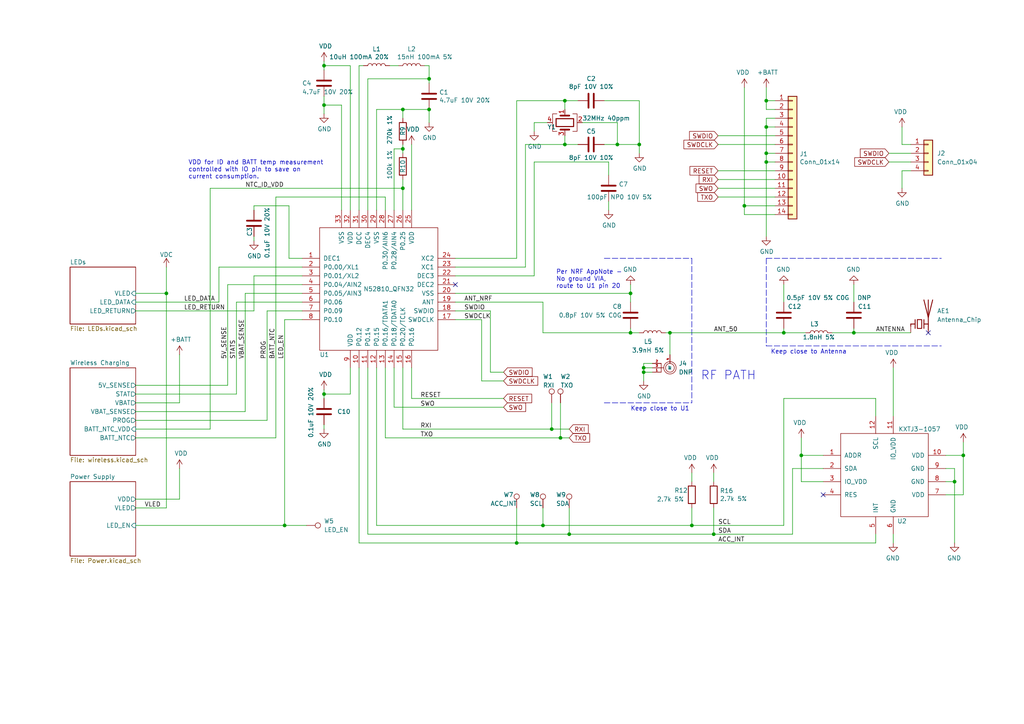
<source format=kicad_sch>
(kicad_sch (version 20211123) (generator eeschema)
  (paper "A4")
  (title_block (title "Pixels D20 Schematic, Main") (date "2021-06-23") (rev "2") (company "Systemic Games, LLC"))
  (lib_symbols
    (symbol "Connector_Generic:Conn_01x04" (pin_names (offset 1.016) hide)
      (property "Reference" "J" (at 0 5.08 0))
      (property "Value" "Conn_01x04" (at 0 -7.62 0))
      (symbol "Conn_01x04_1_1"
        (rectangle (start -1.27 -4.953) (end 0 -5.207) (stroke (width 0.1524)))
        (rectangle (start -1.27 -2.413) (end 0 -2.667) (stroke (width 0.1524)))
        (rectangle (start -1.27 0.127) (end 0 -0.127) (stroke (width 0.1524)))
        (rectangle (start -1.27 2.667) (end 0 2.413) (stroke (width 0.1524)))
        (rectangle (start -1.27 3.81) (end 1.27 -6.35) (stroke (width 0.254)) (fill (type background)))
        (pin passive line (at -5.08 2.54 0) (length 3.81) (name "Pin_1") (number "1"))
        (pin passive line (at -5.08 0 0) (length 3.81) (name "Pin_2") (number "2"))
        (pin passive line (at -5.08 -2.54 0) (length 3.81) (name "Pin_3") (number "3"))
        (pin passive line (at -5.08 -5.08 0) (length 3.81) (name "Pin_4") (number "4"))
      )
    )
    (symbol "Connector_Generic:Conn_01x14" (pin_names (offset 1.016) hide)
      (property "Reference" "J" (at 0 17.78 0))
      (property "Value" "Conn_01x14" (at 0 -20.32 0))
      (symbol "Conn_01x14_1_1"
        (rectangle (start -1.27 -17.653) (end 0 -17.907) (stroke (width 0.1524)))
        (rectangle (start -1.27 -15.113) (end 0 -15.367) (stroke (width 0.1524)))
        (rectangle (start -1.27 -12.573) (end 0 -12.827) (stroke (width 0.1524)))
        (rectangle (start -1.27 -10.033) (end 0 -10.287) (stroke (width 0.1524)))
        (rectangle (start -1.27 -7.493) (end 0 -7.747) (stroke (width 0.1524)))
        (rectangle (start -1.27 -4.953) (end 0 -5.207) (stroke (width 0.1524)))
        (rectangle (start -1.27 -2.413) (end 0 -2.667) (stroke (width 0.1524)))
        (rectangle (start -1.27 0.127) (end 0 -0.127) (stroke (width 0.1524)))
        (rectangle (start -1.27 2.667) (end 0 2.413) (stroke (width 0.1524)))
        (rectangle (start -1.27 5.207) (end 0 4.953) (stroke (width 0.1524)))
        (rectangle (start -1.27 7.747) (end 0 7.493) (stroke (width 0.1524)))
        (rectangle (start -1.27 10.287) (end 0 10.033) (stroke (width 0.1524)))
        (rectangle (start -1.27 12.827) (end 0 12.573) (stroke (width 0.1524)))
        (rectangle (start -1.27 15.367) (end 0 15.113) (stroke (width 0.1524)))
        (rectangle (start -1.27 16.51) (end 1.27 -19.05) (stroke (width 0.254)) (fill (type background)))
        (pin passive line (at -5.08 15.24 0) (length 3.81) (name "Pin_1") (number "1"))
        (pin passive line (at -5.08 -7.62 0) (length 3.81) (name "Pin_10") (number "10"))
        (pin passive line (at -5.08 -10.16 0) (length 3.81) (name "Pin_11") (number "11"))
        (pin passive line (at -5.08 -12.7 0) (length 3.81) (name "Pin_12") (number "12"))
        (pin passive line (at -5.08 -15.24 0) (length 3.81) (name "Pin_13") (number "13"))
        (pin passive line (at -5.08 -17.78 0) (length 3.81) (name "Pin_14") (number "14"))
        (pin passive line (at -5.08 12.7 0) (length 3.81) (name "Pin_2") (number "2"))
        (pin passive line (at -5.08 10.16 0) (length 3.81) (name "Pin_3") (number "3"))
        (pin passive line (at -5.08 7.62 0) (length 3.81) (name "Pin_4") (number "4"))
        (pin passive line (at -5.08 5.08 0) (length 3.81) (name "Pin_5") (number "5"))
        (pin passive line (at -5.08 2.54 0) (length 3.81) (name "Pin_6") (number "6"))
        (pin passive line (at -5.08 0 0) (length 3.81) (name "Pin_7") (number "7"))
        (pin passive line (at -5.08 -2.54 0) (length 3.81) (name "Pin_8") (number "8"))
        (pin passive line (at -5.08 -5.08 0) (length 3.81) (name "Pin_9") (number "9"))
      )
    )
    (symbol "Device:Antenna_Chip" (pin_numbers hide) (pin_names (offset 1.016) hide)
      (property "Reference" "AE" (at 0 5.08 0))
      (property "Value" "Antenna_Chip" (at 0 3.175 0))
      (symbol "Antenna_Chip_0_1"
        (polyline (pts (xy -2.54 0) (xy -2.54 -0.635)) (stroke (width 0.254)))
        (polyline (pts (xy -2.54 0) (xy -1.27 0)) (stroke (width 0.254)))
        (polyline (pts (xy 1.27 0) (xy 2.54 0)) (stroke (width 0.254)))
        (polyline (pts (xy 1.27 1.27) (xy 1.27 -1.27)) (stroke (width 0.254)))
        (polyline (pts (xy 2.54 -0.635) (xy 2.54 0)))
        (polyline (pts (xy 2.54 6.985) (xy 2.54 -1.905)) (stroke (width 0.254)))
        (polyline (pts (xy -1.27 1.27) (xy -1.27 -1.27) (xy -1.27 0)) (stroke (width 0.254)))
        (polyline (pts (xy 3.81 6.985) (xy 2.54 1.905) (xy 1.27 6.985)) (stroke (width 0.254)))
        (polyline (pts (xy -0.635 1.27) (xy 0.635 1.27) (xy 0.635 -1.27) (xy -0.635 -1.27) (xy -0.635 1.27)) (stroke (width 0.254)))
      )
      (symbol "Antenna_Chip_1_1"
        (pin input line (at -2.54 -2.54 90) (length 2.54) (name "FEED") (number "1"))
        (pin passive line (at 2.54 -2.54 90) (length 2.54) (name "PCB_Trace") (number "2"))
      )
    )
    (symbol "Device:C" (pin_numbers hide) (pin_names (offset 0.254))
      (property "Reference" "C" (at 0.635 2.54 0))
      (property "Value" "C" (at 0.635 -2.54 0))
      (symbol "C_0_1"
        (polyline (pts (xy -2.032 -0.762) (xy 2.032 -0.762)) (stroke (width 0.508)))
        (polyline (pts (xy -2.032 0.762) (xy 2.032 0.762)) (stroke (width 0.508)))
      )
      (symbol "C_1_1"
        (pin passive line (at 0 3.81 270) (length 2.794) (name "~") (number "1"))
        (pin passive line (at 0 -3.81 90) (length 2.794) (name "~") (number "2"))
      )
    )
    (symbol "Device:Crystal_GND24" (pin_names (offset 1.016) hide)
      (property "Reference" "Y" (at 3.175 5.08 0))
      (property "Value" "Crystal_GND24" (at 3.175 3.175 0))
      (symbol "Crystal_GND24_0_1"
        (rectangle (start -1.143 2.54) (end 1.143 -2.54) (stroke (width 0.3048)))
        (polyline (pts (xy -2.54 0) (xy -2.032 0)))
        (polyline (pts (xy -2.032 -1.27) (xy -2.032 1.27)) (stroke (width 0.508)))
        (polyline (pts (xy 0 -3.81) (xy 0 -3.556)))
        (polyline (pts (xy 0 3.556) (xy 0 3.81)))
        (polyline (pts (xy 2.032 -1.27) (xy 2.032 1.27)) (stroke (width 0.508)))
        (polyline (pts (xy 2.032 0) (xy 2.54 0)))
        (polyline (pts (xy -2.54 -2.286) (xy -2.54 -3.556) (xy 2.54 -3.556) (xy 2.54 -2.286)))
        (polyline (pts (xy -2.54 2.286) (xy -2.54 3.556) (xy 2.54 3.556) (xy 2.54 2.286)))
      )
      (symbol "Crystal_GND24_1_1"
        (pin passive line (at -3.81 0 0) (length 1.27) (name "1") (number "1"))
        (pin passive line (at 0 5.08 270) (length 1.27) (name "2") (number "2"))
        (pin passive line (at 3.81 0 180) (length 1.27) (name "3") (number "3"))
        (pin passive line (at 0 -5.08 90) (length 1.27) (name "4") (number "4"))
      )
    )
    (symbol "Device:L" (pin_numbers hide) (pin_names (offset 1.016) hide)
      (property "Reference" "L" (at -1.27 0 90))
      (property "Value" "L" (at 1.905 0 90))
      (symbol "L_0_1"
        (arc (start 0 -2.54) (mid 0.635 -1.905) (end 0 -1.27))
        (arc (start 0 -1.27) (mid 0.635 -0.635) (end 0 0))
        (arc (start 0 0) (mid 0.635 0.635) (end 0 1.27))
        (arc (start 0 1.27) (mid 0.635 1.905) (end 0 2.54))
      )
      (symbol "L_1_1"
        (pin passive line (at 0 3.81 270) (length 1.27) (name "1") (number "1"))
        (pin passive line (at 0 -3.81 90) (length 1.27) (name "2") (number "2"))
      )
    )
    (symbol "Device:R" (pin_numbers hide) (pin_names (offset 0))
      (property "Reference" "R" (at 2.032 0 90))
      (property "Value" "R" (at 0 0 90))
      (symbol "R_0_1"
        (rectangle (start -1.016 -2.54) (end 1.016 2.54) (stroke (width 0.254)))
      )
      (symbol "R_1_1"
        (pin passive line (at 0 3.81 270) (length 1.27) (name "~") (number "1"))
        (pin passive line (at 0 -3.81 90) (length 1.27) (name "~") (number "2"))
      )
    )
    (symbol "Pixels-dice:KXTJ3-1057" (pin_names (offset 1.016))
      (property "Reference" "U" (at 10.16 -12.7 0))
      (property "Value" "KXTJ3-1057" (at 8.89 13.97 0))
      (symbol "KXTJ3-1057_0_1"
        (rectangle (start -12.7 12.7) (end 12.7 -11.43))
      )
      (symbol "KXTJ3-1057_1_1"
        (pin input line (at -17.78 6.35 0) (length 5.08) (name "ADDR") (number "1"))
        (pin power_in line (at 17.78 6.35 180) (length 5.08) (name "VDD") (number "10"))
        (pin power_in line (at 2.54 17.78 270) (length 5.08) (name "IO_VDD") (number "11"))
        (pin input line (at -2.54 17.78 270) (length 5.08) (name "SCL") (number "12"))
        (pin bidirectional line (at -17.78 2.54 0) (length 5.08) (name "SDA") (number "2"))
        (pin power_in line (at -17.78 -1.27 0) (length 5.08) (name "IO_VDD") (number "3"))
        (pin passive line (at -17.78 -5.08 0) (length 5.08) (name "RES") (number "4"))
        (pin output line (at -2.54 -16.51 90) (length 5.08) (name "INT") (number "5"))
        (pin power_in line (at 2.54 -16.51 90) (length 5.08) (name "GND") (number "6"))
        (pin power_in line (at 17.78 -5.08 180) (length 5.08) (name "VDD") (number "7"))
        (pin power_in line (at 17.78 -1.27 180) (length 5.08) (name "GND") (number "8"))
        (pin power_in line (at 17.78 2.54 180) (length 5.08) (name "GND") (number "9"))
      )
    )
    (symbol "Pixels-dice:N52810_QFN32" (pin_names (offset 1.016))
      (property "Reference" "U" (at 13.97 -19.05 0))
      (property "Value" "N52810_QFN32" (at 2.54 0 0))
      (symbol "N52810_QFN32_0_1"
        (rectangle (start -17.78 17.78) (end 16.51 -17.78))
      )
      (symbol "N52810_QFN32_1_1"
        (pin power_out line (at -22.86 8.89 0) (length 5.08) (name "DEC1") (number "1"))
        (pin bidirectional line (at -6.35 -22.86 90) (length 5.08) (name "P0.12") (number "10"))
        (pin bidirectional line (at -3.81 -22.86 90) (length 5.08) (name "P0.14") (number "11"))
        (pin bidirectional line (at -1.27 -22.86 90) (length 5.08) (name "P0.15") (number "12"))
        (pin bidirectional line (at 1.27 -22.86 90) (length 5.08) (name "P0.16/TDATA1") (number "13"))
        (pin bidirectional line (at 3.81 -22.86 90) (length 5.08) (name "P0.18/TDATA0") (number "14"))
        (pin bidirectional line (at 6.35 -22.86 90) (length 5.08) (name "P0.20/TCLK") (number "15"))
        (pin bidirectional line (at 8.89 -22.86 90) (length 5.08) (name "P0.16") (number "16"))
        (pin bidirectional line (at 21.59 -8.89 180) (length 5.08) (name "SWDCLK") (number "17"))
        (pin bidirectional line (at 21.59 -6.35 180) (length 5.08) (name "SWDIO") (number "18"))
        (pin output line (at 21.59 -3.81 180) (length 5.08) (name "ANT") (number "19"))
        (pin bidirectional line (at -22.86 6.35 0) (length 5.08) (name "P0.00/XL1") (number "2"))
        (pin output line (at 21.59 -1.27 180) (length 5.08) (name "VSS") (number "20"))
        (pin output line (at 21.59 1.27 180) (length 5.08) (name "DEC2") (number "21"))
        (pin output line (at 21.59 3.81 180) (length 5.08) (name "DEC3") (number "22"))
        (pin output line (at 21.59 6.35 180) (length 5.08) (name "XC1") (number "23"))
        (pin input line (at 21.59 8.89 180) (length 5.08) (name "XC2") (number "24"))
        (pin power_in line (at 8.89 22.86 270) (length 5.08) (name "VDD") (number "25"))
        (pin bidirectional line (at 6.35 22.86 270) (length 5.08) (name "P0.25") (number "26"))
        (pin bidirectional line (at 3.81 22.86 270) (length 5.08) (name "P0.28/AIN4") (number "27"))
        (pin bidirectional line (at 1.27 22.86 270) (length 5.08) (name "P0.30/AIN6") (number "28"))
        (pin power_in line (at -1.27 22.86 270) (length 5.08) (name "VSS") (number "29"))
        (pin bidirectional line (at -22.86 3.81 0) (length 5.08) (name "P0.01/XL2") (number "3"))
        (pin output line (at -3.81 22.86 270) (length 5.08) (name "DEC4") (number "30"))
        (pin output line (at -6.35 22.86 270) (length 5.08) (name "DCC") (number "31"))
        (pin power_in line (at -8.89 22.86 270) (length 5.08) (name "VDD") (number "32"))
        (pin power_in line (at -11.43 22.86 270) (length 5.08) (name "VSS") (number "33"))
        (pin bidirectional line (at -22.86 1.27 0) (length 5.08) (name "P0.04/AIN2") (number "4"))
        (pin bidirectional line (at -22.86 -1.27 0) (length 5.08) (name "P0.05/AIN3") (number "5"))
        (pin bidirectional line (at -22.86 -3.81 0) (length 5.08) (name "P0.06") (number "6"))
        (pin bidirectional line (at -22.86 -6.35 0) (length 5.08) (name "P0.09") (number "7"))
        (pin bidirectional line (at -22.86 -8.89 0) (length 5.08) (name "P0.10") (number "8"))
        (pin power_in line (at -8.89 -22.86 90) (length 5.08) (name "VDD") (number "9"))
      )
    )
    (symbol "Pixels-dice:TEST_1P-conn" (pin_numbers hide) (pin_names (offset 0.762) hide)
      (property "Reference" "W" (at 0 6.858 0))
      (property "Value" "TEST_1P-conn" (at 0 5.08 0))
      (symbol "TEST_1P-conn_0_1"
        (circle (center 0 3.302) (radius 0.762))
      )
      (symbol "TEST_1P-conn_1_1"
        (pin passive line (at 0 0 90) (length 2.54) (name "1") (number "1"))
      )
    )
    (symbol "Pixels-dice:W.FL"
      (property "Reference" "J" (at 3.81 -1.27 0))
      (property "Value" "W.FL" (at 4.445 1.27 0))
      (symbol "W.FL_0_1"
        (polyline (pts (xy -1.27 -2.54) (xy 1.27 -2.54)))
        (polyline (pts (xy 0 -2.54) (xy 0 -1.905)))
        (circle (center 0 0) (radius 1.27))
        (circle (center 0 0) (radius 1.7961))
      )
      (symbol "W.FL_1_1"
        (pin passive line (at 1.27 -5.08 90) (length 2.54) (name "") (number "1"))
        (pin passive line (at -1.27 -5.08 90) (length 2.54) (name "") (number "2"))
        (pin passive line (at 0 -5.08 90) (length 2.54) (name "") (number "3"))
        (pin passive line (at -3.81 0 0) (length 2.54) (name "RF") (number "4"))
      )
    )
    (symbol "power:+BATT" (power) (pin_names (offset 0))
      (property "Value" "+BATT" (at 0 3.556 0))
      (symbol "+BATT_0_1"
        (polyline (pts (xy -0.762 1.27) (xy 0 2.54)))
        (polyline (pts (xy 0 0) (xy 0 2.54)))
        (polyline (pts (xy 0 2.54) (xy 0.762 1.27)))
      )
      (symbol "+BATT_1_1"
        (pin power_in line (at 0 0 90) (length 0) hide (name "+BATT") (number "1"))
      )
    )
    (symbol "power:GND" (power) (pin_names (offset 0))
      (property "Value" "GND" (at 0 -3.81 0))
      (symbol "GND_0_1"
        (polyline (pts (xy 0 0) (xy 0 -1.27) (xy 1.27 -1.27) (xy 0 -2.54) (xy -1.27 -1.27) (xy 0 -1.27)))
      )
      (symbol "GND_1_1"
        (pin power_in line (at 0 0 270) (length 0) hide (name "GND") (number "1"))
      )
    )
    (symbol "power:VDC" (power) (pin_names (offset 0))
      (property "Value" "VDC" (at 0 6.35 0))
      (symbol "VDC_0_1"
        (polyline (pts (xy -0.762 1.27) (xy 0 2.54)))
        (polyline (pts (xy 0 0) (xy 0 2.54)))
        (polyline (pts (xy 0 2.54) (xy 0.762 1.27)))
      )
      (symbol "VDC_1_1"
        (pin power_in line (at 0 0 90) (length 0) hide (name "VDC") (number "1"))
      )
    )
    (symbol "power:VDD" (power) (pin_names (offset 0))
      (property "Value" "VDD" (at 0 3.81 0))
      (symbol "VDD_0_1"
        (polyline (pts (xy -0.762 1.27) (xy 0 2.54)))
        (polyline (pts (xy 0 0) (xy 0 2.54)))
        (polyline (pts (xy 0 2.54) (xy 0.762 1.27)))
      )
      (symbol "VDD_1_1"
        (pin power_in line (at 0 0 90) (length 0) hide (name "VDD") (number "1"))
      )
    )
  )
  (junction (at 279.4 132.08))
  (junction (at 179.07 41.91))
  (junction (at 182.88 85.09))
  (junction (at 276.86 139.7))
  (junction (at 93.98 30.48))
  (junction (at 93.98 19.05))
  (junction (at 124.46 31.75))
  (junction (at 116.84 43.18))
  (junction (at 116.84 54.61))
  (junction (at 163.83 41.91))
  (junction (at 149.86 157.48))
  (junction (at 165.1 154.94))
  (junction (at 207.01 154.94))
  (junction (at 222.25 36.83))
  (junction (at 93.98 114.3))
  (junction (at 124.46 22.86))
  (junction (at 186.69 106.68))
  (junction (at 227.33 96.52))
  (junction (at 182.88 96.52))
  (junction (at 116.84 31.75))
  (junction (at 82.55 152.4))
  (junction (at 222.25 44.45))
  (junction (at 222.25 29.21))
  (junction (at 185.42 41.91))
  (junction (at 186.69 107.95))
  (junction (at 222.25 46.99))
  (junction (at 48.26 85.09))
  (junction (at 162.56 127))
  (junction (at 247.65 96.52))
  (junction (at 232.41 132.08))
  (junction (at 215.9 59.69))
  (junction (at 157.48 152.4))
  (junction (at 160.02 124.46))
  (junction (at 200.66 152.4))
  (junction (at 194.31 96.52))
  (junction (at 163.83 29.21))
  (no_connect (at 132.08 82.55))
  (no_connect (at 238.76 143.51))
  (no_connect (at 269.24 96.52))
  (wire (pts (xy 182.88 85.09) (xy 182.88 87.63)))
  (wire (pts (xy 99.06 30.48) (xy 93.98 30.48)))
  (wire (pts (xy 99.06 60.96) (xy 99.06 30.48)))
  (wire (pts (xy 186.69 106.68) (xy 186.69 107.95)))
  (wire (pts (xy 222.25 34.29) (xy 222.25 36.83)))
  (wire (pts (xy 207.01 137.16) (xy 207.01 139.7)))
  (wire (pts (xy 182.88 95.25) (xy 182.88 96.52)))
  (wire (pts (xy 60.96 54.61) (xy 60.96 124.46)))
  (wire (pts (xy 149.86 147.32) (xy 149.86 157.48)))
  (wire (pts (xy 109.22 31.75) (xy 109.22 60.96)))
  (wire (pts (xy 179.07 35.56) (xy 179.07 41.91)))
  (wire (pts (xy 152.4 77.47) (xy 152.4 41.91)))
  (wire (pts (xy 93.98 19.05) (xy 93.98 20.32)))
  (wire (pts (xy 232.41 139.7) (xy 232.41 132.08)))
  (wire (pts (xy 279.4 143.51) (xy 274.32 143.51)))
  (wire (pts (xy 101.6 19.05) (xy 93.98 19.05)))
  (wire (pts (xy 175.26 41.91) (xy 179.07 41.91)))
  (wire (pts (xy 132.08 80.01) (xy 154.94 80.01)))
  (wire (pts (xy 139.7 110.49) (xy 146.05 110.49)))
  (wire (pts (xy 132.08 74.93) (xy 149.86 74.93)))
  (wire (pts (xy 238.76 135.89) (xy 229.87 135.89)))
  (wire (pts (xy 207.01 147.32) (xy 207.01 154.94)))
  (wire (pts (xy 247.65 82.55) (xy 247.65 87.63)))
  (wire (pts (xy 185.42 29.21) (xy 185.42 41.91)))
  (wire (pts (xy 224.79 46.99) (xy 222.25 46.99)))
  (wire (pts (xy 160.02 124.46) (xy 165.1 124.46)))
  (wire (pts (xy 163.83 29.21) (xy 167.64 29.21)))
  (wire (pts (xy 182.88 96.52) (xy 185.42 96.52)))
  (wire (pts (xy 259.08 154.94) (xy 259.08 157.48)))
  (wire (pts (xy 39.37 114.3) (xy 68.58 114.3)))
  (wire (pts (xy 186.69 105.41) (xy 186.69 106.68)))
  (wire (pts (xy 194.31 96.52) (xy 227.33 96.52)))
  (wire (pts (xy 182.88 82.55) (xy 182.88 85.09)))
  (wire (pts (xy 87.63 90.17) (xy 77.47 90.17)))
  (wire (pts (xy 208.28 41.91) (xy 224.79 41.91)))
  (wire (pts (xy 39.37 147.32) (xy 48.26 147.32)))
  (wire (pts (xy 215.9 59.69) (xy 215.9 62.23)))
  (wire (pts (xy 116.84 124.46) (xy 116.84 106.68)))
  (wire (pts (xy 227.33 82.55) (xy 227.33 87.63)))
  (wire (pts (xy 162.56 127) (xy 165.1 127)))
  (wire (pts (xy 80.01 57.15) (xy 111.76 57.15)))
  (wire (pts (xy 227.33 95.25) (xy 227.33 96.52)))
  (wire (pts (xy 111.76 57.15) (xy 111.76 60.96)))
  (wire (pts (xy 124.46 31.75) (xy 124.46 35.56)))
  (wire (pts (xy 39.37 111.76) (xy 66.04 111.76)))
  (wire (pts (xy 93.98 114.3) (xy 93.98 115.57)))
  (wire (pts (xy 149.86 157.48) (xy 254 157.48)))
  (wire (pts (xy 66.04 82.55) (xy 66.04 111.76)))
  (wire (pts (xy 224.79 59.69) (xy 215.9 59.69)))
  (wire (pts (xy 274.32 139.7) (xy 276.86 139.7)))
  (wire (pts (xy 149.86 74.93) (xy 149.86 29.21)))
  (wire (pts (xy 132.08 90.17) (xy 142.24 90.17)))
  (wire (pts (xy 114.3 106.68) (xy 114.3 118.11)))
  (wire (pts (xy 101.6 60.96) (xy 101.6 19.05)))
  (wire (pts (xy 73.66 80.01) (xy 87.63 80.01)))
  (wire (pts (xy 254 120.65) (xy 254 115.57)))
  (wire (pts (xy 222.25 31.75) (xy 224.79 31.75)))
  (wire (pts (xy 93.98 114.3) (xy 93.98 113.03)))
  (wire (pts (xy 227.33 96.52) (xy 233.68 96.52)))
  (wire (pts (xy 142.24 107.95) (xy 146.05 107.95)))
  (wire (pts (xy 222.25 29.21) (xy 222.25 31.75)))
  (wire (pts (xy 158.75 35.56) (xy 154.94 35.56)))
  (wire (pts (xy 160.02 116.84) (xy 160.02 124.46)))
  (wire (pts (xy 39.37 127) (xy 80.01 127)))
  (wire (pts (xy 77.47 90.17) (xy 77.47 121.92)))
  (wire (pts (xy 257.81 46.99) (xy 264.16 46.99)))
  (wire (pts (xy 87.63 77.47) (xy 63.5 77.47)))
  (wire (pts (xy 222.25 44.45) (xy 222.25 46.99)))
  (wire (pts (xy 124.46 22.86) (xy 124.46 24.13)))
  (wire (pts (xy 52.07 144.78) (xy 52.07 135.89)))
  (wire (pts (xy 116.84 31.75) (xy 116.84 34.29)))
  (wire (pts (xy 116.84 54.61) (xy 60.96 54.61)))
  (wire (pts (xy 104.14 60.96) (xy 104.14 19.05)))
  (wire (pts (xy 123.19 19.05) (xy 124.46 19.05)))
  (wire (pts (xy 124.46 22.86) (xy 106.68 22.86)))
  (wire (pts (xy 165.1 154.94) (xy 207.01 154.94)))
  (wire (pts (xy 261.62 49.53) (xy 264.16 49.53)))
  (wire (pts (xy 208.28 49.53) (xy 224.79 49.53)))
  (wire (pts (xy 232.41 132.08) (xy 238.76 132.08)))
  (wire (pts (xy 175.26 29.21) (xy 185.42 29.21)))
  (wire (pts (xy 132.08 87.63) (xy 157.48 87.63)))
  (wire (pts (xy 73.66 90.17) (xy 73.66 80.01)))
  (wire (pts (xy 222.25 36.83) (xy 222.25 44.45)))
  (wire (pts (xy 39.37 85.09) (xy 48.26 85.09)))
  (wire (pts (xy 274.32 135.89) (xy 276.86 135.89)))
  (wire (pts (xy 279.4 132.08) (xy 279.4 143.51)))
  (wire (pts (xy 114.3 43.18) (xy 116.84 43.18)))
  (wire (pts (xy 152.4 41.91) (xy 163.83 41.91)))
  (wire (pts (xy 232.41 132.08) (xy 232.41 127)))
  (wire (pts (xy 101.6 114.3) (xy 93.98 114.3)))
  (wire (pts (xy 111.76 127) (xy 162.56 127)))
  (polyline (pts (xy 222.25 100.33) (xy 273.05 100.33)))
  (wire (pts (xy 227.33 115.57) (xy 227.33 152.4)))
  (wire (pts (xy 241.3 96.52) (xy 247.65 96.52)))
  (wire (pts (xy 276.86 139.7) (xy 276.86 157.48)))
  (wire (pts (xy 200.66 137.16) (xy 200.66 139.7)))
  (wire (pts (xy 88.9 152.4) (xy 82.55 152.4)))
  (wire (pts (xy 189.23 105.41) (xy 186.69 105.41)))
  (wire (pts (xy 222.25 34.29) (xy 224.79 34.29)))
  (wire (pts (xy 163.83 41.91) (xy 167.64 41.91)))
  (wire (pts (xy 215.9 62.23) (xy 224.79 62.23)))
  (wire (pts (xy 222.25 46.99) (xy 222.25 68.58)))
  (polyline (pts (xy 222.25 74.93) (xy 273.05 74.93)))
  (wire (pts (xy 116.84 124.46) (xy 160.02 124.46)))
  (wire (pts (xy 176.53 46.99) (xy 176.53 50.8)))
  (wire (pts (xy 68.58 87.63) (xy 68.58 114.3)))
  (wire (pts (xy 119.38 106.68) (xy 119.38 115.57)))
  (wire (pts (xy 257.81 44.45) (xy 264.16 44.45)))
  (wire (pts (xy 208.28 57.15) (xy 224.79 57.15)))
  (wire (pts (xy 157.48 152.4) (xy 200.66 152.4)))
  (wire (pts (xy 68.58 87.63) (xy 87.63 87.63)))
  (wire (pts (xy 189.23 107.95) (xy 186.69 107.95)))
  (wire (pts (xy 39.37 124.46) (xy 60.96 124.46)))
  (wire (pts (xy 149.86 29.21) (xy 163.83 29.21)))
  (wire (pts (xy 186.69 107.95) (xy 186.69 110.49)))
  (wire (pts (xy 39.37 144.78) (xy 52.07 144.78)))
  (wire (pts (xy 261.62 49.53) (xy 261.62 54.61)))
  (wire (pts (xy 109.22 106.68) (xy 109.22 152.4)))
  (wire (pts (xy 39.37 119.38) (xy 71.12 119.38)))
  (wire (pts (xy 124.46 19.05) (xy 124.46 22.86)))
  (wire (pts (xy 193.04 96.52) (xy 194.31 96.52)))
  (wire (pts (xy 116.84 54.61) (xy 116.84 60.96)))
  (wire (pts (xy 48.26 85.09) (xy 48.26 147.32)))
  (wire (pts (xy 200.66 152.4) (xy 227.33 152.4)))
  (wire (pts (xy 106.68 154.94) (xy 165.1 154.94)))
  (wire (pts (xy 82.55 152.4) (xy 39.37 152.4)))
  (wire (pts (xy 208.28 54.61) (xy 224.79 54.61)))
  (wire (pts (xy 63.5 87.63) (xy 39.37 87.63)))
  (wire (pts (xy 87.63 82.55) (xy 66.04 82.55)))
  (wire (pts (xy 116.84 52.07) (xy 116.84 54.61)))
  (wire (pts (xy 247.65 95.25) (xy 247.65 96.52)))
  (wire (pts (xy 261.62 36.83) (xy 261.62 41.91)))
  (wire (pts (xy 116.84 31.75) (xy 124.46 31.75)))
  (wire (pts (xy 119.38 41.91) (xy 119.38 60.96)))
  (wire (pts (xy 63.5 77.47) (xy 63.5 87.63)))
  (wire (pts (xy 104.14 19.05) (xy 105.41 19.05)))
  (polyline (pts (xy 200.66 74.93) (xy 200.66 116.84)))
  (wire (pts (xy 106.68 154.94) (xy 106.68 106.68)))
  (wire (pts (xy 104.14 157.48) (xy 149.86 157.48)))
  (wire (pts (xy 139.7 92.71) (xy 139.7 110.49)))
  (wire (pts (xy 168.91 35.56) (xy 179.07 35.56)))
  (wire (pts (xy 93.98 19.05) (xy 93.98 17.78)))
  (wire (pts (xy 93.98 30.48) (xy 93.98 33.02)))
  (wire (pts (xy 247.65 96.52) (xy 264.16 96.52)))
  (wire (pts (xy 48.26 85.09) (xy 48.26 77.47)))
  (wire (pts (xy 132.08 92.71) (xy 139.7 92.71)))
  (wire (pts (xy 165.1 147.32) (xy 165.1 154.94)))
  (wire (pts (xy 229.87 135.89) (xy 229.87 154.94)))
  (wire (pts (xy 224.79 44.45) (xy 222.25 44.45)))
  (wire (pts (xy 73.66 68.58) (xy 73.66 69.85)))
  (wire (pts (xy 146.05 115.57) (xy 119.38 115.57)))
  (wire (pts (xy 116.84 43.18) (xy 116.84 44.45)))
  (wire (pts (xy 222.25 25.4) (xy 222.25 29.21)))
  (wire (pts (xy 162.56 116.84) (xy 162.56 127)))
  (polyline (pts (xy 222.25 74.93) (xy 222.25 100.33)))
  (polyline (pts (xy 175.26 116.84) (xy 200.66 116.84)))
  (wire (pts (xy 157.48 147.32) (xy 157.48 152.4)))
  (polyline (pts (xy 175.26 74.93) (xy 200.66 74.93)))
  (wire (pts (xy 83.82 59.69) (xy 73.66 59.69)))
  (wire (pts (xy 194.31 96.52) (xy 194.31 102.87)))
  (wire (pts (xy 142.24 90.17) (xy 142.24 107.95)))
  (wire (pts (xy 157.48 96.52) (xy 182.88 96.52)))
  (wire (pts (xy 109.22 31.75) (xy 116.84 31.75)))
  (wire (pts (xy 279.4 128.27) (xy 279.4 132.08)))
  (wire (pts (xy 87.63 74.93) (xy 83.82 74.93)))
  (wire (pts (xy 82.55 92.71) (xy 87.63 92.71)))
  (wire (pts (xy 93.98 27.94) (xy 93.98 30.48)))
  (wire (pts (xy 154.94 46.99) (xy 154.94 80.01)))
  (wire (pts (xy 254 154.94) (xy 254 157.48)))
  (wire (pts (xy 106.68 22.86) (xy 106.68 60.96)))
  (wire (pts (xy 71.12 85.09) (xy 71.12 119.38)))
  (wire (pts (xy 179.07 41.91) (xy 185.42 41.91)))
  (wire (pts (xy 83.82 74.93) (xy 83.82 59.69)))
  (wire (pts (xy 207.01 154.94) (xy 229.87 154.94)))
  (wire (pts (xy 116.84 41.91) (xy 116.84 43.18)))
  (wire (pts (xy 132.08 85.09) (xy 182.88 85.09)))
  (wire (pts (xy 80.01 57.15) (xy 80.01 127)))
  (wire (pts (xy 39.37 116.84) (xy 52.07 116.84)))
  (wire (pts (xy 261.62 41.91) (xy 264.16 41.91)))
  (wire (pts (xy 104.14 106.68) (xy 104.14 157.48)))
  (wire (pts (xy 157.48 87.63) (xy 157.48 96.52)))
  (wire (pts (xy 176.53 58.42) (xy 176.53 60.96)))
  (wire (pts (xy 154.94 35.56) (xy 154.94 38.1)))
  (wire (pts (xy 114.3 43.18) (xy 114.3 60.96)))
  (wire (pts (xy 113.03 19.05) (xy 115.57 19.05)))
  (wire (pts (xy 185.42 41.91) (xy 185.42 44.45)))
  (wire (pts (xy 163.83 39.37) (xy 163.83 41.91)))
  (wire (pts (xy 208.28 39.37) (xy 224.79 39.37)))
  (wire (pts (xy 163.83 31.75) (xy 163.83 29.21)))
  (wire (pts (xy 39.37 90.17) (xy 73.66 90.17)))
  (wire (pts (xy 279.4 132.08) (xy 274.32 132.08)))
  (wire (pts (xy 254 115.57) (xy 227.33 115.57)))
  (wire (pts (xy 176.53 46.99) (xy 154.94 46.99)))
  (wire (pts (xy 238.76 139.7) (xy 232.41 139.7)))
  (wire (pts (xy 146.05 118.11) (xy 114.3 118.11)))
  (wire (pts (xy 77.47 121.92) (xy 39.37 121.92)))
  (wire (pts (xy 73.66 59.69) (xy 73.66 60.96)))
  (wire (pts (xy 224.79 36.83) (xy 222.25 36.83)))
  (wire (pts (xy 111.76 127) (xy 111.76 106.68)))
  (wire (pts (xy 215.9 25.4) (xy 215.9 59.69)))
  (wire (pts (xy 276.86 135.89) (xy 276.86 139.7)))
  (wire (pts (xy 259.08 106.68) (xy 259.08 120.65)))
  (wire (pts (xy 222.25 29.21) (xy 224.79 29.21)))
  (wire (pts (xy 132.08 77.47) (xy 152.4 77.47)))
  (wire (pts (xy 200.66 147.32) (xy 200.66 152.4)))
  (wire (pts (xy 101.6 106.68) (xy 101.6 114.3)))
  (wire (pts (xy 52.07 102.87) (xy 52.07 116.84)))
  (wire (pts (xy 87.63 85.09) (xy 71.12 85.09)))
  (wire (pts (xy 208.28 52.07) (xy 224.79 52.07)))
  (wire (pts (xy 82.55 92.71) (xy 82.55 152.4)))
  (wire (pts (xy 109.22 152.4) (xy 157.48 152.4)))
  (wire (pts (xy 189.23 106.68) (xy 186.69 106.68)))
  (wire (pts (xy 93.98 123.19) (xy 93.98 124.46)))
  (text "Per NRF AppNote -\nNo ground VIA,\nroute to U1 pin 20" (at 161.29 83.82 0) (effects (font (size 1.27 1.27)) (justify left bottom)))
  (text "Keep close to Antenna" (at 223.52 102.87 0) (effects (font (size 1.27 1.27)) (justify left bottom)))
  (text "RF PATH" (at 203.2 110.49 0) (effects (font (size 2.54 2.54)) (justify left bottom)))
  (text "VDD for ID and BATT temp measurement\ncontrolled with IO pin to save on\ncurrent consumption." (at 54.61 52.07 0) (effects (font (size 1.27 1.27)) (justify left bottom)))
  (text "Keep close to U1" (at 182.88 119.38 0) (effects (font (size 1.27 1.27)) (justify left bottom)))
  (label "TXO" (at 121.92 127 0))
  (label "ANT_NRF" (at 134.62 87.63 0))
  (label "ACC_INT" (at 208.28 157.48 0))
  (label "SWDCLK" (at 134.62 92.71 0))
  (label "VBAT_SENSE" (at 71.12 104.14 90))
  (label "PROG" (at 77.47 104.14 90))
  (label "5V_SENSE" (at 66.04 104.14 90))
  (label "BATT_NTC" (at 80.01 104.14 90))
  (label "ANT_50" (at 207.01 96.52 0))
  (label "SDA" (at 208.28 154.94 0))
  (label "ANTENNA" (at 254 96.52 0))
  (label "LED_EN" (at 82.55 104.14 90))
  (label "RXI" (at 121.92 124.46 0))
  (label "SWDIO" (at 134.62 90.17 0))
  (label "SWO" (at 121.92 118.11 0))
  (label "NTC_ID_VDD" (at 71.12 54.61 0))
  (label "LED_DATA" (at 53.34 87.63 0))
  (label "RESET" (at 121.92 115.57 0))
  (label "SCL" (at 208.28 152.4 0))
  (label "VLED" (at 41.91 147.32 0))
  (label "LED_RETURN" (at 53.34 90.17 0))
  (label "STATS" (at 68.58 104.14 90))
  (global_label "TXO" (shape input) (at 165.1 127 0) (property "Intersheet References" "${INTERSHEET_REFS}" (effects hide)))
  (global_label "SWDIO" (shape input) (at 257.81 44.45 180) (property "Intersheet References" "${INTERSHEET_REFS}" (effects hide)))
  (global_label "RESET" (shape input) (at 208.28 49.53 180) (property "Intersheet References" "${INTERSHEET_REFS}" (effects hide)))
  (global_label "SWDIO" (shape input) (at 146.05 107.95 0) (property "Intersheet References" "${INTERSHEET_REFS}" (effects hide)))
  (global_label "RXI" (shape input) (at 208.28 52.07 180) (property "Intersheet References" "${INTERSHEET_REFS}" (effects hide)))
  (global_label "SWO" (shape input) (at 146.05 118.11 0) (property "Intersheet References" "${INTERSHEET_REFS}" (effects hide)))
  (global_label "SWDCLK" (shape input) (at 146.05 110.49 0) (property "Intersheet References" "${INTERSHEET_REFS}" (effects hide)))
  (global_label "TXO" (shape input) (at 208.28 57.15 180) (property "Intersheet References" "${INTERSHEET_REFS}" (effects hide)))
  (global_label "RESET" (shape input) (at 146.05 115.57 0) (property "Intersheet References" "${INTERSHEET_REFS}" (effects hide)))
  (global_label "SWO" (shape input) (at 208.28 54.61 180) (property "Intersheet References" "${INTERSHEET_REFS}" (effects hide)))
  (global_label "RXI" (shape input) (at 165.1 124.46 0) (property "Intersheet References" "${INTERSHEET_REFS}" (effects hide)))
  (global_label "SWDCLK" (shape input) (at 208.28 41.91 180) (property "Intersheet References" "${INTERSHEET_REFS}" (effects hide)))
  (global_label "SWDIO" (shape input) (at 208.28 39.37 180) (property "Intersheet References" "${INTERSHEET_REFS}" (effects hide)))
  (global_label "SWDCLK" (shape input) (at 257.81 46.99 180) (property "Intersheet References" "${INTERSHEET_REFS}" (effects hide)))
  (symbol (lib_id "power:GND") (at 93.98 124.46 0) (unit 1)
    (property "Reference" "#PWR016" (effects hide))
    (property "Value" "GND" (at 94.107 128.8542 0))
  )
  (symbol (lib_id "power:VDD") (at 93.98 113.03 0) (unit 1)
    (property "Reference" "#PWR014" (effects hide))
    (property "Value" "VDD" (at 94.4118 108.6358 0))
  )
  (symbol (lib_id "Device:C") (at 93.98 119.38 0) (unit 1)
    (property "Reference" "C10" (at 97.79 119.38 0) (effects (justify left)))
    (property "Value" "0.1uF 10V 20%" (at 90.17 127 90) (effects (justify left)))
    (property "Footprint" "Pixels-dice:C_0402_1005Metric" (effects hide))
    (property "Generic OK" "YES" (effects hide))
    (property "Pixels Part Number" "SMD-C005" (effects hide))
    (property "Manufacturer" "Murata" (effects hide))
    (property "Manufacturer Part Number" "GRM155R61H104KE19D" (effects hide))
  )
  (symbol (lib_id "power:GND") (at 93.98 33.02 0) (unit 1)
    (property "Reference" "#PWR08" (effects hide))
    (property "Value" "GND" (at 94.107 37.4142 0))
  )
  (symbol (lib_id "power:VDD") (at 93.98 17.78 0) (unit 1)
    (property "Reference" "#PWR01" (effects hide))
    (property "Value" "VDD" (at 94.4118 13.3858 0))
  )
  (symbol (lib_id "Device:C") (at 93.98 24.13 0) (unit 1)
    (property "Reference" "C4" (at 87.63 24.13 0) (effects (justify left)))
    (property "Value" "4.7uF 10V 20%" (at 87.63 26.67 0) (effects (justify left)))
    (property "Footprint" "Pixels-dice:C_0402_1005Metric" (effects hide))
    (property "Generic OK" "YES" (effects hide))
    (property "Pixels Part Number" "SMD-C002" (effects hide))
    (property "Manufacturer" "Murata" (effects hide))
    (property "Manufacturer Part Number" "GRM155R61A475MEAAJ" (effects hide))
  )
  (symbol (lib_id "power:GND") (at 73.66 69.85 0) (unit 1)
    (property "Reference" "#PWR05" (effects hide))
    (property "Value" "GND" (at 73.787 74.2442 0))
  )
  (symbol (lib_id "Device:C") (at 73.66 64.77 0) (unit 1)
    (property "Reference" "C3" (at 72.39 68.58 90) (effects (justify left)))
    (property "Value" "0.1uF 10V 20%" (at 77.47 74.93 90) (effects (justify left)))
    (property "Footprint" "Pixels-dice:C_0402_1005Metric" (effects hide))
    (property "Generic OK" "YES" (effects hide))
    (property "Pixels Part Number" "SMD-C005" (effects hide))
    (property "Manufacturer" "Murata" (effects hide))
    (property "Manufacturer Part Number" "GRM155R61H104KE19D" (effects hide))
  )
  (symbol (lib_id "Device:L") (at 109.22 19.05 90) (unit 1)
    (property "Reference" "L1" (at 109.22 14.224 90))
    (property "Value" "10uH 100mA 20%" (at 104.14 16.51 90))
    (property "Footprint" "Inductor_SMD:L_0805_2012Metric" (effects hide))
    (property "Generic OK" "YES" (effects hide))
    (property "Pixels Part Number" "SMD-L001" (effects hide))
    (property "Manufacturer" "Murata" (effects hide))
    (property "Manufacturer Part Number" "LQM21FN100M80L" (effects hide))
  )
  (symbol (lib_id "Device:L") (at 119.38 19.05 90) (unit 1)
    (property "Reference" "L2" (at 119.38 14.224 90))
    (property "Value" "15nH 100mA 5%" (at 123.19 16.51 90))
    (property "Footprint" "Inductor_SMD:L_0402_1005Metric" (effects hide))
    (property "Generic OK" "YES" (effects hide))
    (property "Pixels Part Number" "SMD-L002" (effects hide))
    (property "Manufacturer" "Murata" (effects hide))
    (property "Manufacturer Part Number" "LQG15HS15NJ02D" (effects hide))
  )
  (symbol (lib_id "Device:C") (at 124.46 27.94 0) (unit 1)
    (property "Reference" "C1" (at 127.381 26.7716 0) (effects (justify left)))
    (property "Value" "4.7uF 10V 20%" (at 127.381 29.083 0) (effects (justify left)))
    (property "Footprint" "Pixels-dice:C_0402_1005Metric" (effects hide))
    (property "Generic OK" "YES" (effects hide))
    (property "Pixels Part Number" "SMD-C002" (effects hide))
    (property "Manufacturer" "Murata" (effects hide))
    (property "Manufacturer Part Number" "GRM155R61A475MEAAJ" (effects hide))
  )
  (symbol (lib_id "power:GND") (at 124.46 35.56 0) (unit 1)
    (property "Reference" "#PWR03" (effects hide))
    (property "Value" "GND" (at 124.587 39.9542 0))
  )
  (symbol (lib_id "Device:Crystal_GND24") (at 163.83 35.56 270) (unit 1)
    (property "Reference" "Y1" (at 158.75 36.83 90) (effects (justify left)))
    (property "Value" "32MHz 40ppm" (at 168.91 34.29 90) (effects (justify left)))
    (property "Footprint" "Pixels-dice:Crystal_SMD_2016-4Pin_2.0x1.6mm" (effects hide))
    (property "Generic OK" "YES" (effects hide))
    (property "Manufacturer" "Murata" (effects hide))
    (property "Manufacturer Part Number" "XRCGB32M000F2P00R0" (effects hide))
    (property "Pixels Part Number" "SMD-Y001" (effects hide))
  )
  (symbol (lib_id "Device:C") (at 171.45 29.21 270) (unit 1)
    (property "Reference" "C2" (at 171.45 22.8092 90))
    (property "Value" "8pF 10V 10%" (at 171.45 25.1206 90))
    (property "Footprint" "Pixels-dice:C_0402_1005Metric" (effects hide))
    (property "Generic OK" "YES" (effects hide))
    (property "Pixels Part Number" "SMD-C001" (effects hide))
    (property "Manufacturer" "Murata" (effects hide))
    (property "Manufacturer Part Number" "GRT1555C2A8R0DA02" (effects hide))
  )
  (symbol (lib_id "Device:C") (at 171.45 41.91 270) (unit 1)
    (property "Reference" "C5" (at 171.45 38.1 90))
    (property "Value" "8pF 10V 10%" (at 171.45 45.72 90))
    (property "Footprint" "Pixels-dice:C_0402_1005Metric" (effects hide))
    (property "Generic OK" "YES" (effects hide))
    (property "Pixels Part Number" "SMD-C001" (effects hide))
    (property "Manufacturer" "Murata" (effects hide))
    (property "Manufacturer Part Number" "GRT1555C2A8R0DA02" (effects hide))
  )
  (symbol (lib_id "power:GND") (at 185.42 44.45 0) (unit 1)
    (property "Reference" "#PWR09" (effects hide))
    (property "Value" "GND" (at 185.547 48.8442 0))
  )
  (symbol (lib_id "power:GND") (at 176.53 60.96 0) (unit 1)
    (property "Reference" "#PWR011" (effects hide))
    (property "Value" "GND" (at 176.657 65.3542 0))
  )
  (symbol (lib_id "Device:C") (at 176.53 54.61 0) (unit 1)
    (property "Reference" "C7" (at 179.451 53.4416 0) (effects (justify left)))
    (property "Value" "100pF NP0 10V 5%" (at 170.18 57.15 0) (effects (justify left)))
    (property "Footprint" "Pixels-dice:C_0402_1005Metric" (effects hide))
    (property "Generic OK" "YES" (effects hide))
    (property "Pixels Part Number" "SMD-C003" (effects hide))
    (property "Manufacturer" "Murata" (effects hide))
    (property "Manufacturer Part Number" "GCM1555C1H101JA16J" (effects hide))
  )
  (symbol (lib_id "power:GND") (at 154.94 38.1 0) (unit 1)
    (property "Reference" "#PWR06" (effects hide))
    (property "Value" "GND" (at 155.067 42.4942 0))
  )
  (symbol (lib_id "power:VDD") (at 52.07 135.89 0) (unit 1)
    (property "Reference" "#PWR021" (effects hide))
    (property "Value" "VDD" (at 52.5018 131.4958 0))
  )
  (symbol (lib_id "Pixels-dice:TEST_1P-conn") (at 160.02 116.84 0) (unit 1)
    (property "Reference" "W1" (at 157.48 109.22 0) (effects (justify left)))
    (property "Value" "RXI" (at 157.48 111.76 0) (effects (justify left)))
    (property "Footprint" "Pixels-dice:TEST_PIN" (effects hide))
    (property "Generic OK" "N/A" (effects hide))
  )
  (symbol (lib_id "Pixels-dice:TEST_1P-conn") (at 162.56 116.84 0) (unit 1)
    (property "Reference" "W2" (at 162.56 109.22 0) (effects (justify left)))
    (property "Value" "TXO" (at 162.56 111.76 0) (effects (justify left)))
    (property "Footprint" "Pixels-dice:TEST_PIN" (effects hide))
    (property "Generic OK" "N/A" (effects hide))
  )
  (symbol (lib_id "Pixels-dice:TEST_1P-conn") (at 88.9 152.4 270) (unit 1)
    (property "Reference" "W5" (at 93.98 151.13 90) (effects (justify left)))
    (property "Value" "LED_EN" (at 93.98 153.67 90) (effects (justify left)))
    (property "Footprint" "Pixels-dice:TEST_PIN" (effects hide))
    (property "Generic OK" "N/A" (effects hide))
  )
  (symbol (lib_id "Pixels-dice:TEST_1P-conn") (at 149.86 147.32 0) (unit 1)
    (property "Reference" "W7" (at 146.05 143.51 0) (effects (justify left)))
    (property "Value" "ACC_INT" (at 142.24 146.05 0) (effects (justify left)))
    (property "Footprint" "Pixels-dice:TEST_PIN" (effects hide))
    (property "Generic OK" "N/A" (effects hide))
  )
  (symbol (lib_id "Pixels-dice:TEST_1P-conn") (at 157.48 147.32 0) (unit 1)
    (property "Reference" "W8" (at 153.67 143.51 0) (effects (justify left)))
    (property "Value" "SCL" (at 153.67 146.05 0) (effects (justify left)))
    (property "Footprint" "Pixels-dice:TEST_PIN" (effects hide))
    (property "Generic OK" "N/A" (effects hide))
  )
  (symbol (lib_id "Pixels-dice:TEST_1P-conn") (at 165.1 147.32 0) (unit 1)
    (property "Reference" "W9" (at 161.29 143.51 0) (effects (justify left)))
    (property "Value" "SDA" (at 161.29 146.05 0) (effects (justify left)))
    (property "Footprint" "Pixels-dice:TEST_PIN" (effects hide))
    (property "Generic OK" "N/A" (effects hide))
  )
  (symbol (lib_id "Pixels-dice:N52810_QFN32") (at 110.49 83.82 0) (unit 1)
    (property "Reference" "U1" (at 92.71 102.87 0) (effects (justify left)))
    (property "Value" "N52810_QFN32" (at 105.41 83.82 0) (effects (justify left)))
    (property "Footprint" "Package_DFN_QFN:QFN-32-1EP_5x5mm_P0.5mm_EP3.1x3.1mm" (effects hide))
    (property "Generic OK" "NO" (effects hide))
    (property "Manufacturer" "Nordic Semiconductor" (effects hide))
    (property "Manufacturer Part Number" "NRF52810-QCAA-R" (effects hide))
    (property "Pixels Part Number" "SMD-U001" (effects hide))
  )
  (symbol (lib_id "power:VDD") (at 119.38 41.91 0) (unit 1)
    (property "Reference" "#PWR04" (effects hide))
    (property "Value" "VDD" (at 119.8118 37.5158 0))
  )
  (symbol (lib_id "Connector_Generic:Conn_01x14") (at 229.87 44.45 0) (unit 1)
    (property "Reference" "J1" (at 231.902 44.6532 0) (effects (justify left)))
    (property "Value" "Conn_01x14" (at 231.902 46.9646 0) (effects (justify left)))
    (property "Footprint" "Pixels-dice:FPC_14" (effects hide))
    (property "Generic OK" "N/A" (effects hide))
  )
  (symbol (lib_id "power:+BATT") (at 222.25 25.4 0) (unit 1)
    (property "Reference" "#PWR07" (effects hide))
    (property "Value" "+BATT" (at 222.631 21.0058 0))
  )
  (symbol (lib_id "power:VDD") (at 215.9 25.4 0) (mirror y) (unit 1)
    (property "Reference" "#PWR02" (effects hide))
    (property "Value" "VDD" (at 215.4682 21.0058 0))
  )
  (symbol (lib_id "power:GND") (at 222.25 68.58 0) (unit 1)
    (property "Reference" "#PWR013" (effects hide))
    (property "Value" "GND" (at 222.377 72.9742 0))
  )
  (symbol (lib_id "Device:R") (at 116.84 48.26 0) (unit 1)
    (property "Reference" "R10" (at 116.84 48.26 90))
    (property "Value" "100k 1%" (at 113.03 52.07 90) (effects (justify left)))
    (property "Footprint" "Resistor_SMD:R_0402_1005Metric" (effects hide))
    (property "Generic OK" "YES" (effects hide))
    (property "Pixels Part Number" "SMD-R006" (effects hide))
    (property "Manufacturer" "UNI-ROYAL(Uniroyal Elec)" (effects hide))
    (property "Manufacturer Part Number" "0402WGF1003TCE" (effects hide))
  )
  (symbol (lib_id "Device:R") (at 116.84 38.1 0) (unit 1)
    (property "Reference" "R9" (at 116.84 39.37 90) (effects (justify left)))
    (property "Value" "270k 1%" (at 113.03 41.91 90) (effects (justify left)))
    (property "Footprint" "Resistor_SMD:R_0402_1005Metric" (effects hide))
    (property "Generic OK" "YES" (effects hide))
    (property "Pixels Part Number" "SMD-R006" (effects hide))
    (property "Manufacturer" "UNI-ROYAL(Uniroyal Elec)" (effects hide))
    (property "Manufacturer Part Number" "0402WGF2703TCE" (effects hide))
  )
  (symbol (lib_id "Device:R") (at 200.66 143.51 0) (unit 1)
    (property "Reference" "R12" (at 195.58 142.24 0) (effects (justify left)))
    (property "Value" "2.7k 5%" (at 190.5 144.78 0) (effects (justify left)))
    (property "Footprint" "Resistor_SMD:R_0402_1005Metric" (effects hide))
    (property "Generic OK" "YES" (effects hide))
    (property "Manufacturer" "UNI-ROYAL(Uniroyal Elec)" (effects hide))
    (property "Manufacturer Part Number" "0402WGJ0272TCE" (effects hide))
    (property "Pixels Part Number" "SMD-R021" (effects hide))
  )
  (symbol (lib_id "Device:R") (at 207.01 143.51 0) (unit 1)
    (property "Reference" "R16" (at 208.788 142.3416 0) (effects (justify left)))
    (property "Value" "2.7k 5%" (at 208.788 144.653 0) (effects (justify left)))
    (property "Footprint" "Resistor_SMD:R_0402_1005Metric" (effects hide))
    (property "Generic OK" "YES" (effects hide))
    (property "Manufacturer" "UNI-ROYAL(Uniroyal Elec)" (effects hide))
    (property "Manufacturer Part Number" "0402WGJ0272TCE" (effects hide))
    (property "Pixels Part Number" "SMD-R021" (effects hide))
  )
  (symbol (lib_id "power:VDD") (at 207.01 137.16 0) (mirror y) (unit 1)
    (property "Reference" "#PWR046" (effects hide))
    (property "Value" "VDD" (at 206.5782 132.7658 0))
  )
  (symbol (lib_id "power:VDD") (at 200.66 137.16 0) (mirror y) (unit 1)
    (property "Reference" "#PWR045" (effects hide))
    (property "Value" "VDD" (at 200.2282 132.7658 0))
  )
  (symbol (lib_id "Pixels-dice:KXTJ3-1057") (at 256.54 138.43 0) (unit 1)
    (property "Reference" "U2" (at 261.62 151.13 0))
    (property "Value" "KXTJ3-1057" (at 266.7 124.46 0))
    (property "Footprint" "Package_LGA:LGA-12_2x2mm_P0.5mm" (effects hide))
    (property "Manufacturer" "Kionix" (effects hide))
    (property "Manufacturer Part Number" "KXTJ3-1057" (effects hide))
    (property "Pixels Part Number" "SMD-U002-ALT1" (effects hide))
    (property "Generic OK" "NO" (effects hide))
  )
  (symbol (lib_id "power:VDD") (at 279.4 128.27 0) (mirror y) (unit 1)
    (property "Reference" "#PWR037" (effects hide))
    (property "Value" "VDD" (at 278.9682 123.8758 0))
  )
  (symbol (lib_id "power:GND") (at 259.08 157.48 0) (mirror y) (unit 1)
    (property "Reference" "#PWR047" (effects hide))
    (property "Value" "GND" (at 258.953 161.8742 0))
  )
  (symbol (lib_id "power:GND") (at 276.86 157.48 0) (mirror y) (unit 1)
    (property "Reference" "#PWR048" (effects hide))
    (property "Value" "GND" (at 276.733 161.8742 0))
  )
  (symbol (lib_id "power:VDD") (at 259.08 106.68 0) (mirror y) (unit 1)
    (property "Reference" "#PWR015" (effects hide))
    (property "Value" "VDD" (at 258.6482 102.2858 0))
  )
  (symbol (lib_id "power:VDD") (at 232.41 127 0) (mirror y) (unit 1)
    (property "Reference" "#PWR023" (effects hide))
    (property "Value" "VDD" (at 231.9782 122.6058 0))
  )
  (symbol (lib_id "power:GND") (at 261.62 54.61 0) (unit 1)
    (property "Reference" "#PWR0123" (effects hide))
    (property "Value" "GND" (at 261.747 59.0042 0))
  )
  (symbol (lib_id "Device:L") (at 189.23 96.52 90) (unit 1)
    (property "Reference" "L5" (at 187.96 99.06 90))
    (property "Value" "3.9nH 5%" (at 187.96 101.6 90))
    (property "Footprint" "Pixels-dice:0402_RF" (effects hide))
    (property "Generic OK" "YES" (effects hide))
    (property "Manufacturer" "Murata" (effects hide))
    (property "Manufacturer Part Number" "LQG15HS3N9B02D" (effects hide))
  )
  (symbol (lib_id "Device:C") (at 182.88 91.44 180) (unit 1)
    (property "Reference" "C8" (at 180.34 88.9 0) (effects (justify left)))
    (property "Value" "0.8pF 10V 5% C0G" (at 180.34 91.44 0) (effects (justify left)))
    (property "Footprint" "Pixels-dice:0402_RF" (effects hide))
    (property "Generic OK" "YES" (effects hide))
    (property "Pixels Part Number" "SMD-C004" (effects hide))
    (property "Manufacturer" "Murata" (effects hide))
    (property "Manufacturer Part Number" "GJM1555C1HR80BB01" (effects hide))
  )
  (symbol (lib_id "Pixels-dice:W.FL") (at 194.31 106.68 270) (unit 1)
    (property "Reference" "J4" (at 196.85 105.4099 90) (effects (justify left)))
    (property "Value" "DNP" (at 196.85 107.9499 90) (effects (justify left)))
    (property "Footprint" "RFFrontEnd:MFH3.RECE.20369.001E.01" (effects hide))
    (property "Generic OK" "N/A" (effects hide))
  )
  (symbol (lib_id "power:GND") (at 182.88 82.55 180) (unit 1)
    (property "Reference" "#PWR0127" (effects hide))
    (property "Value" "GND" (at 182.753 78.1558 0))
  )
  (symbol (lib_id "power:GND") (at 227.33 82.55 180) (unit 1)
    (property "Reference" "#PWR0124" (effects hide))
    (property "Value" "GND" (at 227.203 78.1558 0))
  )
  (symbol (lib_id "Connector_Generic:Conn_01x04") (at 269.24 44.45 0) (unit 1)
    (property "Reference" "J2" (at 271.78 44.4499 0) (effects (justify left)))
    (property "Value" "Conn_01x04" (at 271.78 46.9899 0) (effects (justify left)))
    (property "Footprint" "Pixels-dice:FPC-POGO-4" (effects hide))
    (property "Generic OK" "N/A" (effects hide))
  )
  (symbol (lib_id "Device:L") (at 237.49 96.52 90) (unit 1)
    (property "Reference" "L3" (at 236.22 93.98 90))
    (property "Value" "1.8nH 5%" (at 237.49 97.79 90))
    (property "Footprint" "Pixels-dice:0402_RF" (effects hide))
    (property "Generic OK" "YES" (effects hide))
    (property "Manufacturer" "Murata" (effects hide))
    (property "Manufacturer Part Number" "LQG15HZ1N8C02D" (effects hide))
  )
  (symbol (lib_id "Device:Antenna_Chip") (at 266.7 93.98 0) (unit 1)
    (property "Reference" "AE1" (at 271.78 90.1699 0) (effects (justify left)))
    (property "Value" "Antenna_Chip" (at 271.78 92.7099 0) (effects (justify left)))
    (property "Footprint" "Pixels-dice:CHIP_ANT" (effects hide))
    (property "Generic OK" "NO" (effects hide))
    (property "Manufacturer" "Microgate" (effects hide))
    (property "Manufacturer Part Number" "MGMA3216H2450-A02" (effects hide))
  )
  (symbol (lib_id "Device:C") (at 227.33 91.44 180) (unit 1)
    (property "Reference" "C12" (at 232.41 88.9 0) (effects (justify left)))
    (property "Value" "0.5pF 10V 5% C0G" (at 246.38 86.36 0) (effects (justify left)))
    (property "Footprint" "Pixels-dice:0402_RF" (effects hide))
    (property "Generic OK" "YES" (effects hide))
    (property "Pixels Part Number" "SMD-C004" (effects hide))
    (property "Manufacturer" "Murata" (effects hide))
    (property "Manufacturer Part Number" "GJM1555C1HR50BB01" (effects hide))
  )
  (symbol (lib_id "power:VDD") (at 261.62 36.83 0) (mirror y) (unit 1)
    (property "Reference" "#PWR0121" (effects hide))
    (property "Value" "VDD" (at 261.1882 32.4358 0))
  )
  (symbol (lib_id "power:GND") (at 247.65 82.55 180) (unit 1)
    (property "Reference" "#PWR0125" (effects hide))
    (property "Value" "GND" (at 247.523 78.1558 0))
  )
  (symbol (lib_id "power:GND") (at 186.69 110.49 0) (unit 1)
    (property "Reference" "#PWR0126" (effects hide))
    (property "Value" "GND" (at 186.817 114.8842 0))
  )
  (symbol (lib_id "power:VDC") (at 48.26 77.47 0) (unit 1)
    (property "Reference" "#PWR010" (effects hide))
    (property "Value" "VDC" (at 48.26 73.8655 0))
  )
  (symbol (lib_id "power:+BATT") (at 52.07 102.87 0) (unit 1)
    (property "Reference" "#PWR0143" (effects hide))
    (property "Value" "+BATT" (at 52.451 98.4758 0))
  )
  (symbol (lib_id "Device:C") (at 247.65 91.44 180) (unit 1)
    (property "Reference" "C11" (at 252.73 88.9 0) (effects (justify left)))
    (property "Value" "DNP" (at 252.73 86.36 0) (effects (justify left)))
    (property "Footprint" "Pixels-dice:0402_RF" (effects hide))
    (property "Generic OK" "YES" (effects hide))
  )
  (sheet (at 20.32 139.7) (size 19.05 21.59)
    (property "Sheet name" "Power Supply" (at 20.32 138.9884 0) (effects (justify left bottom)))
    (property "Sheet file" "Power.kicad_sch" (at 20.32 161.8746 0) (effects (justify left top)))
    (pin "VDD" output (at 39.37 144.78 0))
    (pin "VLED" output (at 39.37 147.32 0))
    (pin "LED_EN" input (at 39.37 152.4 0))
  )
  (sheet (at 20.32 77.47) (size 19.05 16.51)
    (property "Sheet name" "LEDs" (at 20.32 76.7584 0) (effects (justify left bottom)))
    (property "Sheet file" "LEDs.kicad_sch" (at 20.32 94.5646 0) (effects (justify left top)))
    (pin "VLED" input (at 39.37 85.09 0))
    (pin "LED_DATA" input (at 39.37 87.63 0))
    (pin "LED_RETURN" output (at 39.37 90.17 0))
  )
  (sheet (at 20.32 106.68) (size 19.05 25.4) (stroke (width 0.1524))
    (property "Sheet name" "Wireless Charging" (at 20.32 105.9684 0) (effects (justify left bottom)))
    (property "Sheet file" "wireless.kicad_sch" (at 20.32 132.6646 0) (effects (justify left top)))
    (pin "VBAT" output (at 39.37 116.84 0))
    (pin "STAT" output (at 39.37 114.3 0))
    (pin "5V_SENSE" output (at 39.37 111.76 0))
    (pin "VBAT_SENSE" output (at 39.37 119.38 0))
    (pin "PROG" output (at 39.37 121.92 0))
    (pin "BATT_NTC_VDD" input (at 39.37 124.46 0))
    (pin "BATT_NTC" output (at 39.37 127 0))
  )
)
</source>
